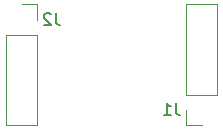
<source format=gbr>
%TF.GenerationSoftware,KiCad,Pcbnew,8.0.5*%
%TF.CreationDate,2025-10-26T06:58:02+01:00*%
%TF.ProjectId,sop8,736f7038-2e6b-4696-9361-645f70636258,rev?*%
%TF.SameCoordinates,Original*%
%TF.FileFunction,Legend,Bot*%
%TF.FilePolarity,Positive*%
%FSLAX46Y46*%
G04 Gerber Fmt 4.6, Leading zero omitted, Abs format (unit mm)*
G04 Created by KiCad (PCBNEW 8.0.5) date 2025-10-26 06:58:02*
%MOMM*%
%LPD*%
G01*
G04 APERTURE LIST*
%ADD10C,0.150000*%
%ADD11C,0.120000*%
G04 APERTURE END LIST*
D10*
X147653333Y-93434819D02*
X147653333Y-94149104D01*
X147653333Y-94149104D02*
X147700952Y-94291961D01*
X147700952Y-94291961D02*
X147796190Y-94387200D01*
X147796190Y-94387200D02*
X147939047Y-94434819D01*
X147939047Y-94434819D02*
X148034285Y-94434819D01*
X147224761Y-93530057D02*
X147177142Y-93482438D01*
X147177142Y-93482438D02*
X147081904Y-93434819D01*
X147081904Y-93434819D02*
X146843809Y-93434819D01*
X146843809Y-93434819D02*
X146748571Y-93482438D01*
X146748571Y-93482438D02*
X146700952Y-93530057D01*
X146700952Y-93530057D02*
X146653333Y-93625295D01*
X146653333Y-93625295D02*
X146653333Y-93720533D01*
X146653333Y-93720533D02*
X146700952Y-93863390D01*
X146700952Y-93863390D02*
X147272380Y-94434819D01*
X147272380Y-94434819D02*
X146653333Y-94434819D01*
X157813333Y-101054819D02*
X157813333Y-101769104D01*
X157813333Y-101769104D02*
X157860952Y-101911961D01*
X157860952Y-101911961D02*
X157956190Y-102007200D01*
X157956190Y-102007200D02*
X158099047Y-102054819D01*
X158099047Y-102054819D02*
X158194285Y-102054819D01*
X156813333Y-102054819D02*
X157384761Y-102054819D01*
X157099047Y-102054819D02*
X157099047Y-101054819D01*
X157099047Y-101054819D02*
X157194285Y-101197676D01*
X157194285Y-101197676D02*
X157289523Y-101292914D01*
X157289523Y-101292914D02*
X157384761Y-101340533D01*
D11*
%TO.C,J2*%
X144780000Y-92650000D02*
X146110000Y-92650000D01*
X146110000Y-92650000D02*
X146110000Y-93980000D01*
X146110000Y-102930000D02*
X146110000Y-95250000D01*
X143450000Y-95250000D02*
X146110000Y-95250000D01*
X143450000Y-102930000D02*
X146110000Y-102930000D01*
X143450000Y-102930000D02*
X143450000Y-95250000D01*
%TO.C,J1*%
X160020000Y-102930000D02*
X158690000Y-102930000D01*
X158690000Y-102930000D02*
X158690000Y-101600000D01*
X158690000Y-92650000D02*
X158690000Y-100330000D01*
X161350000Y-100330000D02*
X158690000Y-100330000D01*
X161350000Y-92650000D02*
X158690000Y-92650000D01*
X161350000Y-92650000D02*
X161350000Y-100330000D01*
%TD*%
M02*

</source>
